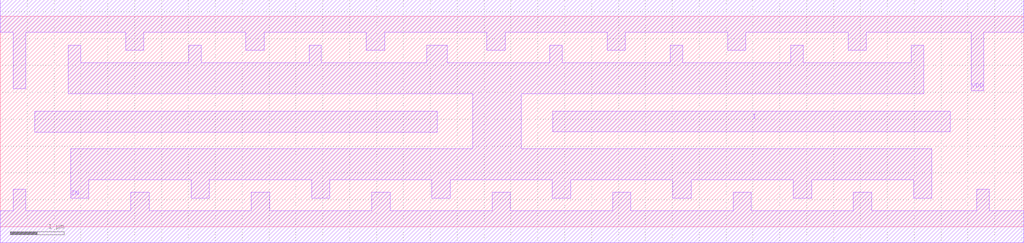
<source format=lef>
# Copyright 2022 GlobalFoundries PDK Authors
#
# Licensed under the Apache License, Version 2.0 (the "License");
# you may not use this file except in compliance with the License.
# You may obtain a copy of the License at
#
#      http://www.apache.org/licenses/LICENSE-2.0
#
# Unless required by applicable law or agreed to in writing, software
# distributed under the License is distributed on an "AS IS" BASIS,
# WITHOUT WARRANTIES OR CONDITIONS OF ANY KIND, either express or implied.
# See the License for the specific language governing permissions and
# limitations under the License.

MACRO gf180mcu_fd_sc_mcu7t5v0__clkinv_16
  CLASS core ;
  FOREIGN gf180mcu_fd_sc_mcu7t5v0__clkinv_16 0.0 0.0 ;
  ORIGIN 0 0 ;
  SYMMETRY X Y ;
  SITE GF018hv5v_mcu_sc7 ;
  SIZE 19.04 BY 3.92 ;
  PIN I
    DIRECTION INPUT ;
    ANTENNAGATEAREA 14.368 ;
    PORT
      LAYER METAL1 ;
        POLYGON 0.64 1.76 8.13 1.76 8.13 2.15 0.64 2.15  ;
        POLYGON 10.28 1.765 17.67 1.765 17.67 2.15 10.28 2.15  ;
    END
  END I
  PIN ZN
    DIRECTION OUTPUT ;
    ANTENNADIFFAREA 8.048 ;
    PORT
      LAYER METAL1 ;
        POLYGON 1.265 2.475 8.79 2.475 8.79 1.455 1.31 1.455 1.31 0.53 1.65 0.53 1.65 0.875 3.55 0.875 3.55 0.53 3.89 0.53 3.89 0.875 5.79 0.875 5.79 0.53 6.13 0.53 6.13 0.875 8.03 0.875 8.03 0.53 8.37 0.53 8.37 0.875 10.27 0.875 10.27 0.53 10.61 0.53 10.61 0.875 12.51 0.875 12.51 0.53 12.85 0.53 12.85 0.875 14.75 0.875 14.75 0.53 15.09 0.53 15.09 0.875 16.99 0.875 16.99 0.53 17.33 0.53 17.33 1.455 9.69 1.455 9.69 2.475 17.175 2.475 17.175 3.38 16.945 3.38 16.945 3.055 14.935 3.055 14.935 3.38 14.705 3.38 14.705 3.055 12.695 3.055 12.695 3.38 12.465 3.38 12.465 3.055 10.455 3.055 10.455 3.38 10.225 3.38 10.225 3.055 8.31 3.055 8.31 3.38 7.93 3.38 7.93 3.055 5.975 3.055 5.975 3.38 5.745 3.38 5.745 3.055 3.735 3.055 3.735 3.38 3.505 3.38 3.505 3.055 1.495 3.055 1.495 3.38 1.265 3.38  ;
    END
  END ZN
  PIN VDD
    DIRECTION INOUT ;
    USE power ;
    SHAPE ABUTMENT ;
    PORT
      LAYER METAL1 ;
        POLYGON 0 3.62 0.245 3.62 0.245 2.57 0.475 2.57 0.475 3.62 2.33 3.62 2.33 3.285 2.67 3.285 2.67 3.62 4.57 3.62 4.57 3.285 4.91 3.285 4.91 3.62 6.81 3.62 6.81 3.285 7.15 3.285 7.15 3.62 9.05 3.62 9.05 3.285 9.39 3.285 9.39 3.62 11.29 3.62 11.29 3.285 11.63 3.285 11.63 3.62 13.53 3.62 13.53 3.285 13.87 3.285 13.87 3.62 15.77 3.62 15.77 3.285 16.11 3.285 16.11 3.62 18.065 3.62 18.065 2.53 18.295 2.53 18.295 3.62 19.04 3.62 19.04 4.22 0 4.22  ;
    END
  END VDD
  PIN VSS
    DIRECTION INOUT ;
    USE ground ;
    SHAPE ABUTMENT ;
    PORT
      LAYER METAL1 ;
        POLYGON 0 -0.3 19.04 -0.3 19.04 0.3 18.395 0.3 18.395 0.7 18.165 0.7 18.165 0.3 16.21 0.3 16.21 0.645 15.87 0.645 15.87 0.3 13.97 0.3 13.97 0.645 13.63 0.645 13.63 0.3 11.73 0.3 11.73 0.645 11.39 0.645 11.39 0.3 9.49 0.3 9.49 0.645 9.15 0.645 9.15 0.3 7.25 0.3 7.25 0.645 6.91 0.645 6.91 0.3 5.01 0.3 5.01 0.645 4.67 0.645 4.67 0.3 2.77 0.3 2.77 0.645 2.43 0.645 2.43 0.3 0.475 0.3 0.475 0.7 0.245 0.7 0.245 0.3 0 0.3  ;
    END
  END VSS
END gf180mcu_fd_sc_mcu7t5v0__clkinv_16

</source>
